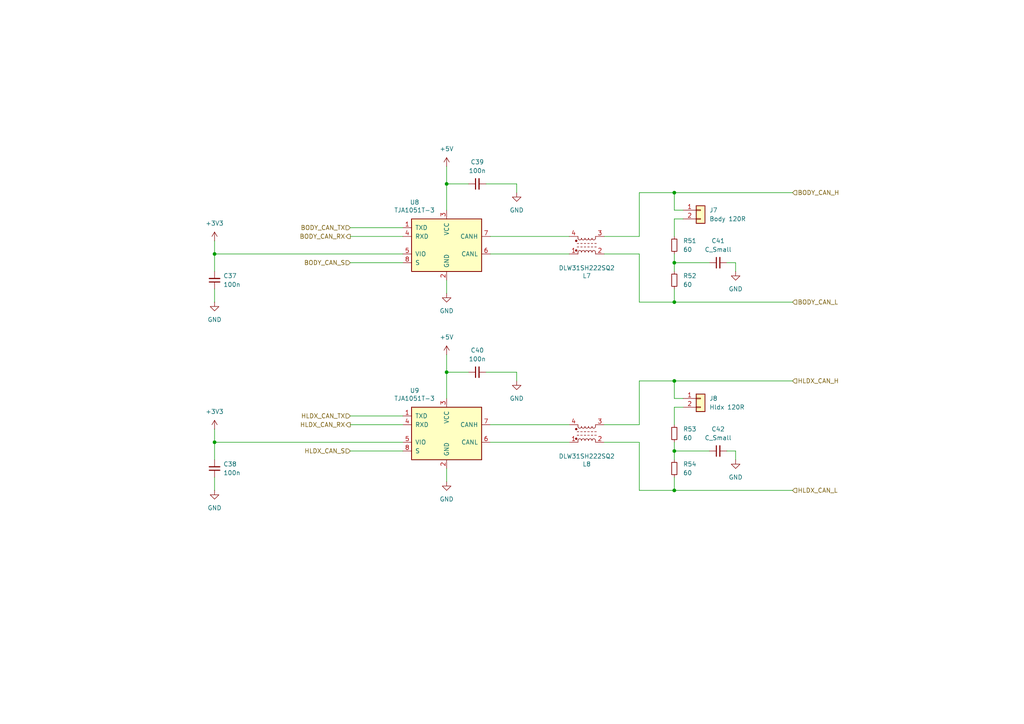
<source format=kicad_sch>
(kicad_sch (version 20231120) (generator "eeschema") (generator_version "8.0")
  (paper "A4")
  (title_block (title "CAN Phys") (date "2025-05-07") (rev "v1.0.0") (company "github.com/gabbla") (comment 1 "${PROJECTNAME}"))
  (lib_symbols
    (symbol "Connector_Generic:Conn_01x02" (pin_names (offset 1.016) hide)
      (property "Reference" "J" (at 0 2.54 0))
      (property "Value" "Conn_01x02" (at 0 -5.08 0))
      (symbol "Conn_01x02_1_1"
        (rectangle (start -1.27 -2.413) (end 0 -2.667) (stroke (width 0.1524)))
        (rectangle (start -1.27 0.127) (end 0 -0.127) (stroke (width 0.1524)))
        (rectangle (start -1.27 1.27) (end 1.27 -3.81) (stroke (width 0.254)) (fill (type background)))
        (pin passive line (at -5.08 0 0) (length 3.81) (name "Pin_1") (number "1"))
        (pin passive line (at -5.08 -2.54 0) (length 3.81) (name "Pin_2") (number "2"))
      )
    )
    (symbol "Device:C_Small" (pin_numbers hide) (pin_names (offset 0.254) hide)
      (property "Reference" "C" (at 0.254 1.778 0))
      (property "Value" "C_Small" (at 0.254 -2.032 0))
      (symbol "C_Small_0_1"
        (polyline (pts (xy -1.524 -0.508) (xy 1.524 -0.508)) (stroke (width 0.3302)))
        (polyline (pts (xy -1.524 0.508) (xy 1.524 0.508)) (stroke (width 0.3048)))
      )
      (symbol "C_Small_1_1"
        (pin passive line (at 0 2.54 270) (length 2.032) (name "~") (number "1"))
        (pin passive line (at 0 -2.54 90) (length 2.032) (name "~") (number "2"))
      )
    )
    (symbol "Device:L_Ferrite_Coupled_1243" (pin_names (offset 0.254) hide)
      (property "Reference" "L" (at 0 4.445 0))
      (property "Value" "L_Ferrite_Coupled_1243" (at 0 -4.445 0))
      (symbol "L_Ferrite_Coupled_1243_0_1"
        (circle (center -3.048 -1.27) (radius 0.254) (fill (type outline)))
        (circle (center -3.048 1.524) (radius 0.254) (fill (type outline)))
        (arc (start -2.54 2.032) (mid -2.032 1.5262) (end -1.524 2.032))
        (arc (start -1.524 -2.032) (mid -2.032 -1.5262) (end -2.54 -2.032))
        (arc (start -1.524 2.032) (mid -1.016 1.5262) (end -0.508 2.032))
        (arc (start -0.508 -2.032) (mid -1.016 -1.5262) (end -1.524 -2.032))
        (arc (start -0.508 2.032) (mid 0 1.5262) (end 0.508 2.032))
        (polyline (pts (xy -2.794 -0.508) (xy -2.286 -0.508)))
        (polyline (pts (xy -2.794 0.508) (xy -2.286 0.508)))
        (polyline (pts (xy -2.54 -2.032) (xy -2.54 -2.54)))
        (polyline (pts (xy -2.54 2.032) (xy -2.54 2.54)))
        (polyline (pts (xy -1.778 -0.508) (xy -1.27 -0.508)))
        (polyline (pts (xy -1.778 0.508) (xy -1.27 0.508)))
        (polyline (pts (xy -0.762 -0.508) (xy -0.254 -0.508)))
        (polyline (pts (xy -0.762 0.508) (xy -0.254 0.508)))
        (polyline (pts (xy 0.254 -0.508) (xy 0.762 -0.508)))
        (polyline (pts (xy 0.254 0.508) (xy 0.762 0.508)))
        (polyline (pts (xy 1.27 -0.508) (xy 1.778 -0.508)))
        (polyline (pts (xy 1.27 0.508) (xy 1.778 0.508)))
        (polyline (pts (xy 2.286 -0.508) (xy 2.794 -0.508)))
        (polyline (pts (xy 2.286 0.508) (xy 2.794 0.508)))
        (polyline (pts (xy 2.54 -2.032) (xy 2.54 -2.54)))
        (polyline (pts (xy 2.54 2.54) (xy 2.54 2.032)))
        (arc (start 0.508 -2.032) (mid 0 -1.5262) (end -0.508 -2.032))
        (arc (start 0.508 2.032) (mid 1.016 1.5262) (end 1.524 2.032))
        (arc (start 1.524 -2.032) (mid 1.016 -1.5262) (end 0.508 -2.032))
        (arc (start 1.524 2.032) (mid 2.032 1.5262) (end 2.54 2.032))
        (arc (start 2.54 -2.032) (mid 2.032 -1.5262) (end 1.524 -2.032))
      )
      (symbol "L_Ferrite_Coupled_1243_1_1"
        (pin passive line (at -5.08 2.54 0) (length 2.54) (name "1") (number "1"))
        (pin passive line (at 5.08 2.54 180) (length 2.54) (name "2") (number "2"))
        (pin passive line (at 5.08 -2.54 180) (length 2.54) (name "3") (number "3"))
        (pin passive line (at -5.08 -2.54 0) (length 2.54) (name "4") (number "4"))
      )
    )
    (symbol "Device:R_Small" (pin_numbers hide) (pin_names (offset 0.254) hide)
      (property "Reference" "R" (at 0.762 0.508 0))
      (property "Value" "R_Small" (at 0.762 -1.016 0))
      (symbol "R_Small_0_1"
        (rectangle (start -0.762 1.778) (end 0.762 -1.778) (stroke (width 0.2032)))
      )
      (symbol "R_Small_1_1"
        (pin passive line (at 0 2.54 270) (length 0.762) (name "~") (number "1"))
        (pin passive line (at 0 -2.54 90) (length 0.762) (name "~") (number "2"))
      )
    )
    (symbol "Interface_CAN_LIN:TJA1051T-3" (pin_names (offset 1.016))
      (property "Reference" "U" (at -10.16 8.89 0))
      (property "Value" "TJA1051T-3" (at 1.27 8.89 0))
      (symbol "TJA1051T-3_0_1"
        (rectangle (start -10.16 7.62) (end 10.16 -7.62) (stroke (width 0.254)) (fill (type background)))
      )
      (symbol "TJA1051T-3_1_1"
        (pin input line (at -12.7 5.08 0) (length 2.54) (name "TXD") (number "1"))
        (pin power_in line (at 0 -10.16 90) (length 2.54) (name "GND") (number "2"))
        (pin power_in line (at 0 10.16 270) (length 2.54) (name "VCC") (number "3"))
        (pin output line (at -12.7 2.54 0) (length 2.54) (name "RXD") (number "4"))
        (pin power_in line (at -12.7 -2.54 0) (length 2.54) (name "VIO") (number "5"))
        (pin bidirectional line (at 12.7 -2.54 180) (length 2.54) (name "CANL") (number "6"))
        (pin bidirectional line (at 12.7 2.54 180) (length 2.54) (name "CANH") (number "7"))
        (pin input line (at -12.7 -5.08 0) (length 2.54) (name "S") (number "8"))
      )
    )
    (symbol "power:+3V3" (power) (pin_numbers hide) (pin_names (offset 0) hide)
      (property "Value" "+3V3" (at 0 3.556 0))
      (symbol "+3V3_0_1"
        (polyline (pts (xy -0.762 1.27) (xy 0 2.54)))
        (polyline (pts (xy 0 0) (xy 0 2.54)))
        (polyline (pts (xy 0 2.54) (xy 0.762 1.27)))
      )
      (symbol "+3V3_1_1"
        (pin power_in line (at 0 0 90) (length 0) (name "~") (number "1"))
      )
    )
    (symbol "power:+5V" (power) (pin_numbers hide) (pin_names (offset 0) hide)
      (property "Value" "+5V" (at 0 3.556 0))
      (symbol "+5V_0_1"
        (polyline (pts (xy -0.762 1.27) (xy 0 2.54)))
        (polyline (pts (xy 0 0) (xy 0 2.54)))
        (polyline (pts (xy 0 2.54) (xy 0.762 1.27)))
      )
      (symbol "+5V_1_1"
        (pin power_in line (at 0 0 90) (length 0) (name "~") (number "1"))
      )
    )
    (symbol "power:GND" (power) (pin_numbers hide) (pin_names (offset 0) hide)
      (property "Value" "GND" (at 0 -3.81 0))
      (symbol "GND_0_1"
        (polyline (pts (xy 0 0) (xy 0 -1.27) (xy 1.27 -1.27) (xy 0 -2.54) (xy -1.27 -1.27) (xy 0 -1.27)))
      )
      (symbol "GND_1_1"
        (pin power_in line (at 0 0 270) (length 0) (name "~") (number "1"))
      )
    )
  )
  (junction (at 195.58 76.2))
  (junction (at 62.23 73.66))
  (junction (at 129.54 53.34))
  (junction (at 129.54 107.95))
  (junction (at 195.58 110.49))
  (junction (at 195.58 130.81))
  (junction (at 62.23 128.27))
  (junction (at 195.58 142.24))
  (junction (at 195.58 55.88))
  (junction (at 195.58 87.63))
  (wire (pts (xy 195.58 83.82) (xy 195.58 87.63)))
  (wire (pts (xy 195.58 76.2) (xy 205.74 76.2)))
  (wire (pts (xy 185.42 142.24) (xy 195.58 142.24)))
  (wire (pts (xy 101.6 130.81) (xy 116.84 130.81)))
  (wire (pts (xy 101.6 68.58) (xy 116.84 68.58)))
  (wire (pts (xy 101.6 66.04) (xy 116.84 66.04)))
  (wire (pts (xy 142.24 128.27) (xy 165.1 128.27)))
  (wire (pts (xy 140.97 53.34) (xy 149.86 53.34)))
  (wire (pts (xy 195.58 73.66) (xy 195.58 76.2)))
  (wire (pts (xy 142.24 73.66) (xy 165.1 73.66)))
  (wire (pts (xy 210.82 76.2) (xy 213.36 76.2)))
  (wire (pts (xy 198.12 115.57) (xy 195.58 115.57)))
  (wire (pts (xy 129.54 48.26) (xy 129.54 53.34)))
  (wire (pts (xy 129.54 81.28) (xy 129.54 85.09)))
  (wire (pts (xy 198.12 118.11) (xy 195.58 118.11)))
  (wire (pts (xy 195.58 55.88) (xy 229.87 55.88)))
  (wire (pts (xy 129.54 53.34) (xy 129.54 60.96)))
  (wire (pts (xy 62.23 83.82) (xy 62.23 87.63)))
  (wire (pts (xy 195.58 130.81) (xy 205.74 130.81)))
  (wire (pts (xy 185.42 87.63) (xy 195.58 87.63)))
  (wire (pts (xy 129.54 102.87) (xy 129.54 107.95)))
  (wire (pts (xy 129.54 135.89) (xy 129.54 139.7)))
  (wire (pts (xy 175.26 73.66) (xy 185.42 73.66)))
  (wire (pts (xy 101.6 76.2) (xy 116.84 76.2)))
  (wire (pts (xy 175.26 68.58) (xy 185.42 68.58)))
  (wire (pts (xy 101.6 120.65) (xy 116.84 120.65)))
  (wire (pts (xy 175.26 123.19) (xy 185.42 123.19)))
  (wire (pts (xy 149.86 53.34) (xy 149.86 55.88)))
  (wire (pts (xy 195.58 60.96) (xy 195.58 55.88)))
  (wire (pts (xy 198.12 63.5) (xy 195.58 63.5)))
  (wire (pts (xy 195.58 130.81) (xy 195.58 133.35)))
  (wire (pts (xy 213.36 130.81) (xy 213.36 133.35)))
  (wire (pts (xy 185.42 55.88) (xy 185.42 68.58)))
  (wire (pts (xy 185.42 87.63) (xy 185.42 73.66)))
  (wire (pts (xy 62.23 138.43) (xy 62.23 142.24)))
  (wire (pts (xy 195.58 63.5) (xy 195.58 68.58)))
  (wire (pts (xy 135.89 107.95) (xy 129.54 107.95)))
  (wire (pts (xy 210.82 130.81) (xy 213.36 130.81)))
  (wire (pts (xy 195.58 76.2) (xy 195.58 78.74)))
  (wire (pts (xy 175.26 128.27) (xy 185.42 128.27)))
  (wire (pts (xy 185.42 110.49) (xy 195.58 110.49)))
  (wire (pts (xy 195.58 138.43) (xy 195.58 142.24)))
  (wire (pts (xy 62.23 73.66) (xy 62.23 78.74)))
  (wire (pts (xy 62.23 128.27) (xy 62.23 133.35)))
  (wire (pts (xy 198.12 60.96) (xy 195.58 60.96)))
  (wire (pts (xy 142.24 123.19) (xy 165.1 123.19)))
  (wire (pts (xy 129.54 107.95) (xy 129.54 115.57)))
  (wire (pts (xy 195.58 118.11) (xy 195.58 123.19)))
  (wire (pts (xy 195.58 110.49) (xy 229.87 110.49)))
  (wire (pts (xy 62.23 124.46) (xy 62.23 128.27)))
  (wire (pts (xy 62.23 69.85) (xy 62.23 73.66)))
  (wire (pts (xy 195.58 87.63) (xy 229.87 87.63)))
  (wire (pts (xy 185.42 110.49) (xy 185.42 123.19)))
  (wire (pts (xy 142.24 68.58) (xy 165.1 68.58)))
  (wire (pts (xy 135.89 53.34) (xy 129.54 53.34)))
  (wire (pts (xy 185.42 128.27) (xy 185.42 142.24)))
  (wire (pts (xy 116.84 73.66) (xy 62.23 73.66)))
  (wire (pts (xy 195.58 128.27) (xy 195.58 130.81)))
  (wire (pts (xy 185.42 55.88) (xy 195.58 55.88)))
  (wire (pts (xy 213.36 76.2) (xy 213.36 78.74)))
  (wire (pts (xy 195.58 142.24) (xy 229.87 142.24)))
  (wire (pts (xy 149.86 107.95) (xy 149.86 110.49)))
  (wire (pts (xy 116.84 128.27) (xy 62.23 128.27)))
  (wire (pts (xy 140.97 107.95) (xy 149.86 107.95)))
  (wire (pts (xy 101.6 123.19) (xy 116.84 123.19)))
  (wire (pts (xy 195.58 115.57) (xy 195.58 110.49)))
  (hierarchical_label "BODY_CAN_S" (shape input) (at 101.6 76.2 180))
  (hierarchical_label "BODY_CAN_H" (shape input) (at 229.87 55.88 0))
  (hierarchical_label "HLDX_CAN_L" (shape input) (at 229.87 142.24 0))
  (hierarchical_label "BODY_CAN_RX" (shape output) (at 101.6 68.58 180))
  (hierarchical_label "BODY_CAN_TX" (shape input) (at 101.6 66.04 180))
  (hierarchical_label "HLDX_CAN_RX" (shape output) (at 101.6 123.19 180))
  (hierarchical_label "BODY_CAN_L" (shape input) (at 229.87 87.63 0))
  (hierarchical_label "HLDX_CAN_S" (shape input) (at 101.6 130.81 180))
  (hierarchical_label "HLDX_CAN_TX" (shape input) (at 101.6 120.65 180))
  (hierarchical_label "HLDX_CAN_H" (shape input) (at 229.87 110.49 0))
  (symbol (lib_id "Device:C_Small") (at 62.23 135.89 180) (unit 1)
    (property "Reference" "C38" (at 64.77 134.6135 0) (effects (justify right)))
    (property "Value" "100n" (at 64.77 137.1535 0) (effects (justify right)))
    (property "Footprint" "Capacitor_SMD:C_0603_1608Metric_Pad1.08x0.95mm_HandSolder" (effects (hide yes)))
    (property "Description" "Unpolarized capacitor, small symbol" (effects (hide yes)))
  )
  (symbol (lib_id "Device:R_Small") (at 195.58 125.73 0) (unit 1)
    (property "Reference" "R53" (at 198.12 124.4599 0) (effects (justify left)))
    (property "Value" "60" (at 198.12 126.9999 0) (effects (justify left)))
    (property "Footprint" "Resistor_SMD:R_0603_1608Metric_Pad0.98x0.95mm_HandSolder" (effects (hide yes)))
    (property "Description" "Resistor, small symbol" (effects (hide yes)))
  )
  (symbol (lib_id "Device:C_Small") (at 138.43 53.34 90) (unit 1)
    (property "Reference" "C39" (at 138.4363 46.99 90))
    (property "Value" "100n" (at 138.4363 49.53 90))
    (property "Footprint" "Capacitor_SMD:C_0603_1608Metric_Pad1.08x0.95mm_HandSolder" (effects (hide yes)))
    (property "Description" "Unpolarized capacitor, small symbol" (effects (hide yes)))
  )
  (symbol (lib_id "power:GND") (at 62.23 87.63 0) (unit 1)
    (property "Reference" "#PWR0108" (effects (hide yes)))
    (property "Value" "GND" (at 62.23 92.71 0))
    (property "Description" "Power symbol creates a global label with name \"GND\" , ground" (effects (hide yes)))
  )
  (symbol (lib_id "Device:C_Small") (at 208.28 130.81 90) (unit 1)
    (property "Reference" "C42" (at 208.2863 124.46 90))
    (property "Value" "C_Small" (at 208.2863 127 90))
    (property "Footprint" "Capacitor_SMD:C_0603_1608Metric_Pad1.08x0.95mm_HandSolder" (effects (hide yes)))
    (property "Description" "Unpolarized capacitor, small symbol" (effects (hide yes)))
  )
  (symbol (lib_id "Device:L_Ferrite_Coupled_1243") (at 170.18 71.12 0) (mirror x) (unit 1)
    (property "Reference" "L7" (at 170.18 80.01 0))
    (property "Value" "DLW31SH222SQ2" (at 170.18 77.724 0))
    (property "Footprint" "DLW31SH222SQ2:DLW31SH222SQ2L" (effects (hide yes)))
    (property "Datasheet" "https://www.mouser.it/datasheet/2/281/DLW31SH222SQ2_23-1915424.pdf" (effects (hide yes)))
    (property "Description" "Coupled inductor with ferrite core" (effects (hide yes)))
  )
  (symbol (lib_id "Interface_CAN_LIN:TJA1051T-3") (at 129.54 125.73 0) (unit 1)
    (property "Reference" "U9" (at 118.872 113.284 0) (effects (justify left)))
    (property "Value" "TJA1051T-3" (at 114.3 115.57 0) (effects (justify left)))
    (property "Footprint" "Package_SO:SOIC-8_3.9x4.9mm_P1.27mm" (effects (hide yes)))
    (property "Datasheet" "http://www.nxp.com/docs/en/data-sheet/TJA1051.pdf" (effects (hide yes)))
    (property "Description" "High-Speed CAN Transceiver, separate VIO, silent mode, SOIC-8" (effects (hide yes)))
  )
  (symbol (lib_id "Device:R_Small") (at 195.58 71.12 0) (unit 1)
    (property "Reference" "R51" (at 198.12 69.8499 0) (effects (justify left)))
    (property "Value" "60" (at 198.12 72.3899 0) (effects (justify left)))
    (property "Footprint" "Resistor_SMD:R_0603_1608Metric_Pad0.98x0.95mm_HandSolder" (effects (hide yes)))
    (property "Description" "Resistor, small symbol" (effects (hide yes)))
  )
  (symbol (lib_id "Device:R_Small") (at 195.58 81.28 0) (unit 1)
    (property "Reference" "R52" (at 198.12 80.0099 0) (effects (justify left)))
    (property "Value" "60" (at 198.12 82.5499 0) (effects (justify left)))
    (property "Footprint" "Resistor_SMD:R_0603_1608Metric_Pad0.98x0.95mm_HandSolder" (effects (hide yes)))
    (property "Description" "Resistor, small symbol" (effects (hide yes)))
  )
  (symbol (lib_id "power:+5V") (at 129.54 102.87 0) (unit 1)
    (property "Reference" "#PWR0113" (effects (hide yes)))
    (property "Value" "+5V" (at 129.54 97.79 0))
    (property "Description" "Power symbol creates a global label with name \"+5V\"" (effects (hide yes)))
  )
  (symbol (lib_id "power:+3V3") (at 62.23 69.85 0) (unit 1)
    (property "Reference" "#PWR0107" (effects (hide yes)))
    (property "Value" "+3V3" (at 62.23 64.77 0))
    (property "Description" "Power symbol creates a global label with name \"+3V3\"" (effects (hide yes)))
  )
  (symbol (lib_id "Device:R_Small") (at 195.58 135.89 0) (unit 1)
    (property "Reference" "R54" (at 198.12 134.6199 0) (effects (justify left)))
    (property "Value" "60" (at 198.12 137.1599 0) (effects (justify left)))
    (property "Footprint" "Resistor_SMD:R_0603_1608Metric_Pad0.98x0.95mm_HandSolder" (effects (hide yes)))
    (property "Description" "Resistor, small symbol" (effects (hide yes)))
  )
  (symbol (lib_id "power:GND") (at 149.86 110.49 0) (unit 1)
    (property "Reference" "#PWR0116" (effects (hide yes)))
    (property "Value" "GND" (at 149.86 115.57 0))
    (property "Description" "Power symbol creates a global label with name \"GND\" , ground" (effects (hide yes)))
  )
  (symbol (lib_id "power:+5V") (at 129.54 48.26 0) (unit 1)
    (property "Reference" "#PWR0111" (effects (hide yes)))
    (property "Value" "+5V" (at 129.54 43.18 0))
    (property "Description" "Power symbol creates a global label with name \"+5V\"" (effects (hide yes)))
  )
  (symbol (lib_id "power:GND") (at 213.36 133.35 0) (unit 1)
    (property "Reference" "#PWR0118" (effects (hide yes)))
    (property "Value" "GND" (at 213.36 138.43 0))
    (property "Description" "Power symbol creates a global label with name \"GND\" , ground" (effects (hide yes)))
  )
  (symbol (lib_id "power:GND") (at 129.54 85.09 0) (unit 1)
    (property "Reference" "#PWR0112" (effects (hide yes)))
    (property "Value" "GND" (at 129.54 90.17 0))
    (property "Description" "Power symbol creates a global label with name \"GND\" , ground" (effects (hide yes)))
  )
  (symbol (lib_id "power:GND") (at 149.86 55.88 0) (unit 1)
    (property "Reference" "#PWR0115" (effects (hide yes)))
    (property "Value" "GND" (at 149.86 60.96 0))
    (property "Description" "Power symbol creates a global label with name \"GND\" , ground" (effects (hide yes)))
  )
  (symbol (lib_id "Device:L_Ferrite_Coupled_1243") (at 170.18 125.73 0) (mirror x) (unit 1)
    (property "Reference" "L8" (at 170.18 134.62 0))
    (property "Value" "DLW31SH222SQ2" (at 170.18 132.334 0))
    (property "Footprint" "DLW31SH222SQ2:DLW31SH222SQ2L" (effects (hide yes)))
    (property "Datasheet" "https://www.mouser.it/datasheet/2/281/DLW31SH222SQ2_23-1915424.pdf" (effects (hide yes)))
    (property "Description" "Coupled inductor with ferrite core" (effects (hide yes)))
  )
  (symbol (lib_id "power:+3V3") (at 62.23 124.46 0) (unit 1)
    (property "Reference" "#PWR0109" (effects (hide yes)))
    (property "Value" "+3V3" (at 62.23 119.38 0))
    (property "Description" "Power symbol creates a global label with name \"+3V3\"" (effects (hide yes)))
  )
  (symbol (lib_id "Connector_Generic:Conn_01x02") (at 203.2 115.57 0) (unit 1)
    (property "Reference" "J8" (at 205.74 115.5699 0) (effects (justify left)))
    (property "Value" "Hldx 120R" (at 205.74 118.1099 0) (effects (justify left)))
    (property "Footprint" "Connector_PinHeader_2.54mm:PinHeader_1x02_P2.54mm_Vertical" (effects (hide yes)))
    (property "Description" "Generic connector, single row, 01x02, script generated (kicad-library-utils/schlib/autogen/connector/)" (effects (hide yes)))
  )
  (symbol (lib_id "Interface_CAN_LIN:TJA1051T-3") (at 129.54 71.12 0) (unit 1)
    (property "Reference" "U8" (at 118.872 58.674 0) (effects (justify left)))
    (property "Value" "TJA1051T-3" (at 114.3 60.96 0) (effects (justify left)))
    (property "Footprint" "Package_SO:SOIC-8_3.9x4.9mm_P1.27mm" (effects (hide yes)))
    (property "Datasheet" "http://www.nxp.com/docs/en/data-sheet/TJA1051.pdf" (effects (hide yes)))
    (property "Description" "High-Speed CAN Transceiver, separate VIO, silent mode, SOIC-8" (effects (hide yes)))
  )
  (symbol (lib_id "power:GND") (at 62.23 142.24 0) (unit 1)
    (property "Reference" "#PWR0110" (effects (hide yes)))
    (property "Value" "GND" (at 62.23 147.32 0))
    (property "Description" "Power symbol creates a global label with name \"GND\" , ground" (effects (hide yes)))
  )
  (symbol (lib_id "power:GND") (at 213.36 78.74 0) (unit 1)
    (property "Reference" "#PWR0117" (effects (hide yes)))
    (property "Value" "GND" (at 213.36 83.82 0))
    (property "Description" "Power symbol creates a global label with name \"GND\" , ground" (effects (hide yes)))
  )
  (symbol (lib_id "power:GND") (at 129.54 139.7 0) (unit 1)
    (property "Reference" "#PWR0114" (effects (hide yes)))
    (property "Value" "GND" (at 129.54 144.78 0))
    (property "Description" "Power symbol creates a global label with name \"GND\" , ground" (effects (hide yes)))
  )
  (symbol (lib_id "Device:C_Small") (at 208.28 76.2 90) (unit 1)
    (property "Reference" "C41" (at 208.2863 69.85 90))
    (property "Value" "C_Small" (at 208.2863 72.39 90))
    (property "Footprint" "Capacitor_SMD:C_0603_1608Metric_Pad1.08x0.95mm_HandSolder" (effects (hide yes)))
    (property "Description" "Unpolarized capacitor, small symbol" (effects (hide yes)))
  )
  (symbol (lib_id "Connector_Generic:Conn_01x02") (at 203.2 60.96 0) (unit 1)
    (property "Reference" "J7" (at 205.74 60.9599 0) (effects (justify left)))
    (property "Value" "Body 120R" (at 205.74 63.4999 0) (effects (justify left)))
    (property "Footprint" "Connector_PinHeader_2.54mm:PinHeader_1x02_P2.54mm_Vertical" (effects (hide yes)))
    (property "Description" "Generic connector, single row, 01x02, script generated (kicad-library-utils/schlib/autogen/connector/)" (effects (hide yes)))
  )
  (symbol (lib_id "Device:C_Small") (at 138.43 107.95 90) (unit 1)
    (property "Reference" "C40" (at 138.4363 101.6 90))
    (property "Value" "100n" (at 138.4363 104.14 90))
    (property "Footprint" "Capacitor_SMD:C_0603_1608Metric_Pad1.08x0.95mm_HandSolder" (effects (hide yes)))
    (property "Description" "Unpolarized capacitor, small symbol" (effects (hide yes)))
  )
  (symbol (lib_id "Device:C_Small") (at 62.23 81.28 180) (unit 1)
    (property "Reference" "C37" (at 64.77 80.0035 0) (effects (justify right)))
    (property "Value" "100n" (at 64.77 82.5435 0) (effects (justify right)))
    (property "Footprint" "Capacitor_SMD:C_0603_1608Metric_Pad1.08x0.95mm_HandSolder" (effects (hide yes)))
    (property "Description" "Unpolarized capacitor, small symbol" (effects (hide yes)))
  )
)
</source>
